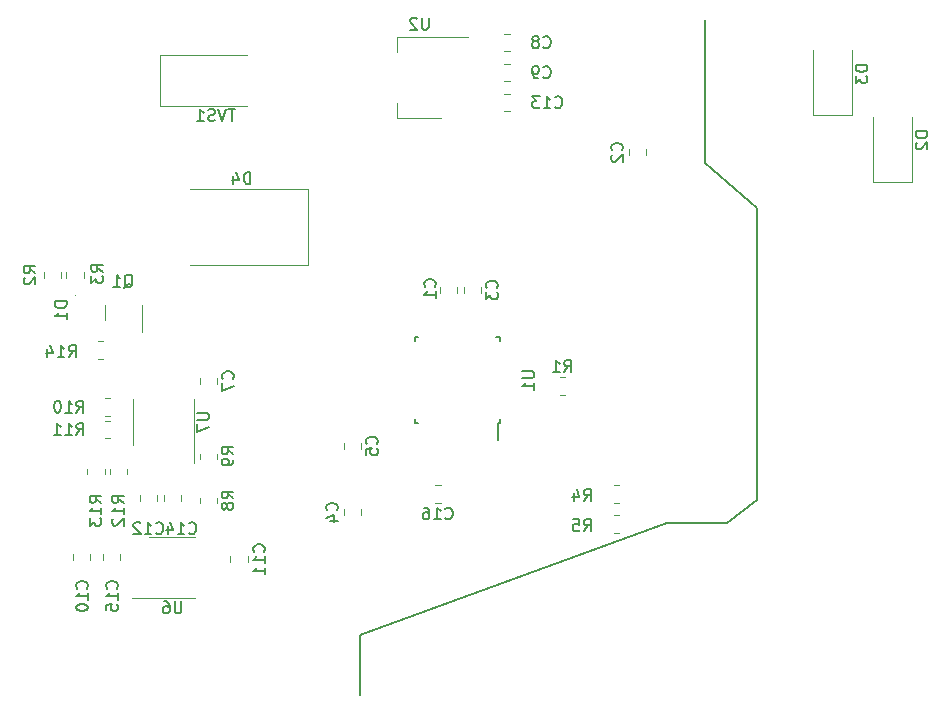
<source format=gbr>
%TF.GenerationSoftware,KiCad,Pcbnew,7.0.1+dfsg-1*%
%TF.CreationDate,2024-08-17T23:40:16+03:00*%
%TF.ProjectId,OpenEVSE_mod,4f70656e-4556-4534-955f-6d6f642e6b69,rev?*%
%TF.SameCoordinates,PX9d5b340PY54e0840*%
%TF.FileFunction,Legend,Bot*%
%TF.FilePolarity,Positive*%
%FSLAX46Y46*%
G04 Gerber Fmt 4.6, Leading zero omitted, Abs format (unit mm)*
G04 Created by KiCad (PCBNEW 7.0.1+dfsg-1) date 2024-08-17 23:40:16*
%MOMM*%
%LPD*%
G01*
G04 APERTURE LIST*
%ADD10C,0.150000*%
%ADD11C,0.120000*%
%ADD12C,0.100000*%
G04 APERTURE END LIST*
D10*
X60425000Y46455000D02*
X60425000Y58520000D01*
X64870000Y42645000D02*
X60425000Y46455000D01*
X64870000Y17880000D02*
X64870000Y42645000D01*
X62330000Y15975000D02*
X64870000Y17880000D01*
X57250000Y15975000D02*
X62330000Y15975000D01*
X31215000Y6450000D02*
X57250000Y15975000D01*
X31215000Y1370000D02*
X31215000Y6450000D01*
%TO.C,C16*%
X38440357Y16340620D02*
X38487976Y16293000D01*
X38487976Y16293000D02*
X38630833Y16245381D01*
X38630833Y16245381D02*
X38726071Y16245381D01*
X38726071Y16245381D02*
X38868928Y16293000D01*
X38868928Y16293000D02*
X38964166Y16388239D01*
X38964166Y16388239D02*
X39011785Y16483477D01*
X39011785Y16483477D02*
X39059404Y16673953D01*
X39059404Y16673953D02*
X39059404Y16816810D01*
X39059404Y16816810D02*
X39011785Y17007286D01*
X39011785Y17007286D02*
X38964166Y17102524D01*
X38964166Y17102524D02*
X38868928Y17197762D01*
X38868928Y17197762D02*
X38726071Y17245381D01*
X38726071Y17245381D02*
X38630833Y17245381D01*
X38630833Y17245381D02*
X38487976Y17197762D01*
X38487976Y17197762D02*
X38440357Y17150143D01*
X37487976Y16245381D02*
X38059404Y16245381D01*
X37773690Y16245381D02*
X37773690Y17245381D01*
X37773690Y17245381D02*
X37868928Y17102524D01*
X37868928Y17102524D02*
X37964166Y17007286D01*
X37964166Y17007286D02*
X38059404Y16959667D01*
X36630833Y17245381D02*
X36821309Y17245381D01*
X36821309Y17245381D02*
X36916547Y17197762D01*
X36916547Y17197762D02*
X36964166Y17150143D01*
X36964166Y17150143D02*
X37059404Y17007286D01*
X37059404Y17007286D02*
X37107023Y16816810D01*
X37107023Y16816810D02*
X37107023Y16435858D01*
X37107023Y16435858D02*
X37059404Y16340620D01*
X37059404Y16340620D02*
X37011785Y16293000D01*
X37011785Y16293000D02*
X36916547Y16245381D01*
X36916547Y16245381D02*
X36726071Y16245381D01*
X36726071Y16245381D02*
X36630833Y16293000D01*
X36630833Y16293000D02*
X36583214Y16340620D01*
X36583214Y16340620D02*
X36535595Y16435858D01*
X36535595Y16435858D02*
X36535595Y16673953D01*
X36535595Y16673953D02*
X36583214Y16769191D01*
X36583214Y16769191D02*
X36630833Y16816810D01*
X36630833Y16816810D02*
X36726071Y16864429D01*
X36726071Y16864429D02*
X36916547Y16864429D01*
X36916547Y16864429D02*
X37011785Y16816810D01*
X37011785Y16816810D02*
X37059404Y16769191D01*
X37059404Y16769191D02*
X37107023Y16673953D01*
%TO.C,D4*%
X21938094Y44637381D02*
X21938094Y45637381D01*
X21938094Y45637381D02*
X21699999Y45637381D01*
X21699999Y45637381D02*
X21557142Y45589762D01*
X21557142Y45589762D02*
X21461904Y45494524D01*
X21461904Y45494524D02*
X21414285Y45399286D01*
X21414285Y45399286D02*
X21366666Y45208810D01*
X21366666Y45208810D02*
X21366666Y45065953D01*
X21366666Y45065953D02*
X21414285Y44875477D01*
X21414285Y44875477D02*
X21461904Y44780239D01*
X21461904Y44780239D02*
X21557142Y44685000D01*
X21557142Y44685000D02*
X21699999Y44637381D01*
X21699999Y44637381D02*
X21938094Y44637381D01*
X20509523Y45304048D02*
X20509523Y44637381D01*
X20747618Y45685000D02*
X20985713Y44970715D01*
X20985713Y44970715D02*
X20366666Y44970715D01*
%TO.C,U7*%
X17440619Y25235905D02*
X18250142Y25235905D01*
X18250142Y25235905D02*
X18345380Y25188286D01*
X18345380Y25188286D02*
X18393000Y25140667D01*
X18393000Y25140667D02*
X18440619Y25045429D01*
X18440619Y25045429D02*
X18440619Y24854953D01*
X18440619Y24854953D02*
X18393000Y24759715D01*
X18393000Y24759715D02*
X18345380Y24712096D01*
X18345380Y24712096D02*
X18250142Y24664477D01*
X18250142Y24664477D02*
X17440619Y24664477D01*
X17440619Y24283524D02*
X17440619Y23616858D01*
X17440619Y23616858D02*
X18440619Y24045429D01*
%TO.C,U6*%
X16101904Y9302381D02*
X16101904Y8492858D01*
X16101904Y8492858D02*
X16054285Y8397620D01*
X16054285Y8397620D02*
X16006666Y8350000D01*
X16006666Y8350000D02*
X15911428Y8302381D01*
X15911428Y8302381D02*
X15720952Y8302381D01*
X15720952Y8302381D02*
X15625714Y8350000D01*
X15625714Y8350000D02*
X15578095Y8397620D01*
X15578095Y8397620D02*
X15530476Y8492858D01*
X15530476Y8492858D02*
X15530476Y9302381D01*
X14625714Y9302381D02*
X14816190Y9302381D01*
X14816190Y9302381D02*
X14911428Y9254762D01*
X14911428Y9254762D02*
X14959047Y9207143D01*
X14959047Y9207143D02*
X15054285Y9064286D01*
X15054285Y9064286D02*
X15101904Y8873810D01*
X15101904Y8873810D02*
X15101904Y8492858D01*
X15101904Y8492858D02*
X15054285Y8397620D01*
X15054285Y8397620D02*
X15006666Y8350000D01*
X15006666Y8350000D02*
X14911428Y8302381D01*
X14911428Y8302381D02*
X14720952Y8302381D01*
X14720952Y8302381D02*
X14625714Y8350000D01*
X14625714Y8350000D02*
X14578095Y8397620D01*
X14578095Y8397620D02*
X14530476Y8492858D01*
X14530476Y8492858D02*
X14530476Y8730953D01*
X14530476Y8730953D02*
X14578095Y8826191D01*
X14578095Y8826191D02*
X14625714Y8873810D01*
X14625714Y8873810D02*
X14720952Y8921429D01*
X14720952Y8921429D02*
X14911428Y8921429D01*
X14911428Y8921429D02*
X15006666Y8873810D01*
X15006666Y8873810D02*
X15054285Y8826191D01*
X15054285Y8826191D02*
X15101904Y8730953D01*
%TO.C,U2*%
X37031904Y58717381D02*
X37031904Y57907858D01*
X37031904Y57907858D02*
X36984285Y57812620D01*
X36984285Y57812620D02*
X36936666Y57765000D01*
X36936666Y57765000D02*
X36841428Y57717381D01*
X36841428Y57717381D02*
X36650952Y57717381D01*
X36650952Y57717381D02*
X36555714Y57765000D01*
X36555714Y57765000D02*
X36508095Y57812620D01*
X36508095Y57812620D02*
X36460476Y57907858D01*
X36460476Y57907858D02*
X36460476Y58717381D01*
X36031904Y58622143D02*
X35984285Y58669762D01*
X35984285Y58669762D02*
X35889047Y58717381D01*
X35889047Y58717381D02*
X35650952Y58717381D01*
X35650952Y58717381D02*
X35555714Y58669762D01*
X35555714Y58669762D02*
X35508095Y58622143D01*
X35508095Y58622143D02*
X35460476Y58526905D01*
X35460476Y58526905D02*
X35460476Y58431667D01*
X35460476Y58431667D02*
X35508095Y58288810D01*
X35508095Y58288810D02*
X36079523Y57717381D01*
X36079523Y57717381D02*
X35460476Y57717381D01*
%TO.C,U1*%
X44982619Y28801905D02*
X45792142Y28801905D01*
X45792142Y28801905D02*
X45887380Y28754286D01*
X45887380Y28754286D02*
X45935000Y28706667D01*
X45935000Y28706667D02*
X45982619Y28611429D01*
X45982619Y28611429D02*
X45982619Y28420953D01*
X45982619Y28420953D02*
X45935000Y28325715D01*
X45935000Y28325715D02*
X45887380Y28278096D01*
X45887380Y28278096D02*
X45792142Y28230477D01*
X45792142Y28230477D02*
X44982619Y28230477D01*
X45982619Y27230477D02*
X45982619Y27801905D01*
X45982619Y27516191D02*
X44982619Y27516191D01*
X44982619Y27516191D02*
X45125476Y27611429D01*
X45125476Y27611429D02*
X45220714Y27706667D01*
X45220714Y27706667D02*
X45268333Y27801905D01*
%TO.C,TVS1*%
X20656666Y50977381D02*
X20085238Y50977381D01*
X20370952Y49977381D02*
X20370952Y50977381D01*
X19894761Y50977381D02*
X19561428Y49977381D01*
X19561428Y49977381D02*
X19228095Y50977381D01*
X18942380Y50025000D02*
X18799523Y49977381D01*
X18799523Y49977381D02*
X18561428Y49977381D01*
X18561428Y49977381D02*
X18466190Y50025000D01*
X18466190Y50025000D02*
X18418571Y50072620D01*
X18418571Y50072620D02*
X18370952Y50167858D01*
X18370952Y50167858D02*
X18370952Y50263096D01*
X18370952Y50263096D02*
X18418571Y50358334D01*
X18418571Y50358334D02*
X18466190Y50405953D01*
X18466190Y50405953D02*
X18561428Y50453572D01*
X18561428Y50453572D02*
X18751904Y50501191D01*
X18751904Y50501191D02*
X18847142Y50548810D01*
X18847142Y50548810D02*
X18894761Y50596429D01*
X18894761Y50596429D02*
X18942380Y50691667D01*
X18942380Y50691667D02*
X18942380Y50786905D01*
X18942380Y50786905D02*
X18894761Y50882143D01*
X18894761Y50882143D02*
X18847142Y50929762D01*
X18847142Y50929762D02*
X18751904Y50977381D01*
X18751904Y50977381D02*
X18513809Y50977381D01*
X18513809Y50977381D02*
X18370952Y50929762D01*
X17418571Y49977381D02*
X17989999Y49977381D01*
X17704285Y49977381D02*
X17704285Y50977381D01*
X17704285Y50977381D02*
X17799523Y50834524D01*
X17799523Y50834524D02*
X17894761Y50739286D01*
X17894761Y50739286D02*
X17989999Y50691667D01*
%TO.C,R14*%
X6568857Y29990381D02*
X6902190Y30466572D01*
X7140285Y29990381D02*
X7140285Y30990381D01*
X7140285Y30990381D02*
X6759333Y30990381D01*
X6759333Y30990381D02*
X6664095Y30942762D01*
X6664095Y30942762D02*
X6616476Y30895143D01*
X6616476Y30895143D02*
X6568857Y30799905D01*
X6568857Y30799905D02*
X6568857Y30657048D01*
X6568857Y30657048D02*
X6616476Y30561810D01*
X6616476Y30561810D02*
X6664095Y30514191D01*
X6664095Y30514191D02*
X6759333Y30466572D01*
X6759333Y30466572D02*
X7140285Y30466572D01*
X5616476Y29990381D02*
X6187904Y29990381D01*
X5902190Y29990381D02*
X5902190Y30990381D01*
X5902190Y30990381D02*
X5997428Y30847524D01*
X5997428Y30847524D02*
X6092666Y30752286D01*
X6092666Y30752286D02*
X6187904Y30704667D01*
X4759333Y30657048D02*
X4759333Y29990381D01*
X4997428Y31038000D02*
X5235523Y30323715D01*
X5235523Y30323715D02*
X4616476Y30323715D01*
%TO.C,R13*%
X9325619Y17633858D02*
X8849428Y17967191D01*
X9325619Y18205286D02*
X8325619Y18205286D01*
X8325619Y18205286D02*
X8325619Y17824334D01*
X8325619Y17824334D02*
X8373238Y17729096D01*
X8373238Y17729096D02*
X8420857Y17681477D01*
X8420857Y17681477D02*
X8516095Y17633858D01*
X8516095Y17633858D02*
X8658952Y17633858D01*
X8658952Y17633858D02*
X8754190Y17681477D01*
X8754190Y17681477D02*
X8801809Y17729096D01*
X8801809Y17729096D02*
X8849428Y17824334D01*
X8849428Y17824334D02*
X8849428Y18205286D01*
X9325619Y16681477D02*
X9325619Y17252905D01*
X9325619Y16967191D02*
X8325619Y16967191D01*
X8325619Y16967191D02*
X8468476Y17062429D01*
X8468476Y17062429D02*
X8563714Y17157667D01*
X8563714Y17157667D02*
X8611333Y17252905D01*
X8325619Y16348143D02*
X8325619Y15729096D01*
X8325619Y15729096D02*
X8706571Y16062429D01*
X8706571Y16062429D02*
X8706571Y15919572D01*
X8706571Y15919572D02*
X8754190Y15824334D01*
X8754190Y15824334D02*
X8801809Y15776715D01*
X8801809Y15776715D02*
X8897047Y15729096D01*
X8897047Y15729096D02*
X9135142Y15729096D01*
X9135142Y15729096D02*
X9230380Y15776715D01*
X9230380Y15776715D02*
X9278000Y15824334D01*
X9278000Y15824334D02*
X9325619Y15919572D01*
X9325619Y15919572D02*
X9325619Y16205286D01*
X9325619Y16205286D02*
X9278000Y16300524D01*
X9278000Y16300524D02*
X9230380Y16348143D01*
%TO.C,R12*%
X11230619Y17633858D02*
X10754428Y17967191D01*
X11230619Y18205286D02*
X10230619Y18205286D01*
X10230619Y18205286D02*
X10230619Y17824334D01*
X10230619Y17824334D02*
X10278238Y17729096D01*
X10278238Y17729096D02*
X10325857Y17681477D01*
X10325857Y17681477D02*
X10421095Y17633858D01*
X10421095Y17633858D02*
X10563952Y17633858D01*
X10563952Y17633858D02*
X10659190Y17681477D01*
X10659190Y17681477D02*
X10706809Y17729096D01*
X10706809Y17729096D02*
X10754428Y17824334D01*
X10754428Y17824334D02*
X10754428Y18205286D01*
X11230619Y16681477D02*
X11230619Y17252905D01*
X11230619Y16967191D02*
X10230619Y16967191D01*
X10230619Y16967191D02*
X10373476Y17062429D01*
X10373476Y17062429D02*
X10468714Y17157667D01*
X10468714Y17157667D02*
X10516333Y17252905D01*
X10325857Y16300524D02*
X10278238Y16252905D01*
X10278238Y16252905D02*
X10230619Y16157667D01*
X10230619Y16157667D02*
X10230619Y15919572D01*
X10230619Y15919572D02*
X10278238Y15824334D01*
X10278238Y15824334D02*
X10325857Y15776715D01*
X10325857Y15776715D02*
X10421095Y15729096D01*
X10421095Y15729096D02*
X10516333Y15729096D01*
X10516333Y15729096D02*
X10659190Y15776715D01*
X10659190Y15776715D02*
X11230619Y16348143D01*
X11230619Y16348143D02*
X11230619Y15729096D01*
%TO.C,R11*%
X7219857Y23386381D02*
X7553190Y23862572D01*
X7791285Y23386381D02*
X7791285Y24386381D01*
X7791285Y24386381D02*
X7410333Y24386381D01*
X7410333Y24386381D02*
X7315095Y24338762D01*
X7315095Y24338762D02*
X7267476Y24291143D01*
X7267476Y24291143D02*
X7219857Y24195905D01*
X7219857Y24195905D02*
X7219857Y24053048D01*
X7219857Y24053048D02*
X7267476Y23957810D01*
X7267476Y23957810D02*
X7315095Y23910191D01*
X7315095Y23910191D02*
X7410333Y23862572D01*
X7410333Y23862572D02*
X7791285Y23862572D01*
X6267476Y23386381D02*
X6838904Y23386381D01*
X6553190Y23386381D02*
X6553190Y24386381D01*
X6553190Y24386381D02*
X6648428Y24243524D01*
X6648428Y24243524D02*
X6743666Y24148286D01*
X6743666Y24148286D02*
X6838904Y24100667D01*
X5315095Y23386381D02*
X5886523Y23386381D01*
X5600809Y23386381D02*
X5600809Y24386381D01*
X5600809Y24386381D02*
X5696047Y24243524D01*
X5696047Y24243524D02*
X5791285Y24148286D01*
X5791285Y24148286D02*
X5886523Y24100667D01*
%TO.C,R10*%
X7219857Y25291381D02*
X7553190Y25767572D01*
X7791285Y25291381D02*
X7791285Y26291381D01*
X7791285Y26291381D02*
X7410333Y26291381D01*
X7410333Y26291381D02*
X7315095Y26243762D01*
X7315095Y26243762D02*
X7267476Y26196143D01*
X7267476Y26196143D02*
X7219857Y26100905D01*
X7219857Y26100905D02*
X7219857Y25958048D01*
X7219857Y25958048D02*
X7267476Y25862810D01*
X7267476Y25862810D02*
X7315095Y25815191D01*
X7315095Y25815191D02*
X7410333Y25767572D01*
X7410333Y25767572D02*
X7791285Y25767572D01*
X6267476Y25291381D02*
X6838904Y25291381D01*
X6553190Y25291381D02*
X6553190Y26291381D01*
X6553190Y26291381D02*
X6648428Y26148524D01*
X6648428Y26148524D02*
X6743666Y26053286D01*
X6743666Y26053286D02*
X6838904Y26005667D01*
X5648428Y26291381D02*
X5553190Y26291381D01*
X5553190Y26291381D02*
X5457952Y26243762D01*
X5457952Y26243762D02*
X5410333Y26196143D01*
X5410333Y26196143D02*
X5362714Y26100905D01*
X5362714Y26100905D02*
X5315095Y25910429D01*
X5315095Y25910429D02*
X5315095Y25672334D01*
X5315095Y25672334D02*
X5362714Y25481858D01*
X5362714Y25481858D02*
X5410333Y25386620D01*
X5410333Y25386620D02*
X5457952Y25339000D01*
X5457952Y25339000D02*
X5553190Y25291381D01*
X5553190Y25291381D02*
X5648428Y25291381D01*
X5648428Y25291381D02*
X5743666Y25339000D01*
X5743666Y25339000D02*
X5791285Y25386620D01*
X5791285Y25386620D02*
X5838904Y25481858D01*
X5838904Y25481858D02*
X5886523Y25672334D01*
X5886523Y25672334D02*
X5886523Y25910429D01*
X5886523Y25910429D02*
X5838904Y26100905D01*
X5838904Y26100905D02*
X5791285Y26196143D01*
X5791285Y26196143D02*
X5743666Y26243762D01*
X5743666Y26243762D02*
X5648428Y26291381D01*
%TO.C,R9*%
X20500619Y21765667D02*
X20024428Y22099000D01*
X20500619Y22337095D02*
X19500619Y22337095D01*
X19500619Y22337095D02*
X19500619Y21956143D01*
X19500619Y21956143D02*
X19548238Y21860905D01*
X19548238Y21860905D02*
X19595857Y21813286D01*
X19595857Y21813286D02*
X19691095Y21765667D01*
X19691095Y21765667D02*
X19833952Y21765667D01*
X19833952Y21765667D02*
X19929190Y21813286D01*
X19929190Y21813286D02*
X19976809Y21860905D01*
X19976809Y21860905D02*
X20024428Y21956143D01*
X20024428Y21956143D02*
X20024428Y22337095D01*
X20500619Y21289476D02*
X20500619Y21099000D01*
X20500619Y21099000D02*
X20453000Y21003762D01*
X20453000Y21003762D02*
X20405380Y20956143D01*
X20405380Y20956143D02*
X20262523Y20860905D01*
X20262523Y20860905D02*
X20072047Y20813286D01*
X20072047Y20813286D02*
X19691095Y20813286D01*
X19691095Y20813286D02*
X19595857Y20860905D01*
X19595857Y20860905D02*
X19548238Y20908524D01*
X19548238Y20908524D02*
X19500619Y21003762D01*
X19500619Y21003762D02*
X19500619Y21194238D01*
X19500619Y21194238D02*
X19548238Y21289476D01*
X19548238Y21289476D02*
X19595857Y21337095D01*
X19595857Y21337095D02*
X19691095Y21384714D01*
X19691095Y21384714D02*
X19929190Y21384714D01*
X19929190Y21384714D02*
X20024428Y21337095D01*
X20024428Y21337095D02*
X20072047Y21289476D01*
X20072047Y21289476D02*
X20119666Y21194238D01*
X20119666Y21194238D02*
X20119666Y21003762D01*
X20119666Y21003762D02*
X20072047Y20908524D01*
X20072047Y20908524D02*
X20024428Y20860905D01*
X20024428Y20860905D02*
X19929190Y20813286D01*
%TO.C,R8*%
X20500619Y18030667D02*
X20024428Y18364000D01*
X20500619Y18602095D02*
X19500619Y18602095D01*
X19500619Y18602095D02*
X19500619Y18221143D01*
X19500619Y18221143D02*
X19548238Y18125905D01*
X19548238Y18125905D02*
X19595857Y18078286D01*
X19595857Y18078286D02*
X19691095Y18030667D01*
X19691095Y18030667D02*
X19833952Y18030667D01*
X19833952Y18030667D02*
X19929190Y18078286D01*
X19929190Y18078286D02*
X19976809Y18125905D01*
X19976809Y18125905D02*
X20024428Y18221143D01*
X20024428Y18221143D02*
X20024428Y18602095D01*
X19929190Y17459238D02*
X19881571Y17554476D01*
X19881571Y17554476D02*
X19833952Y17602095D01*
X19833952Y17602095D02*
X19738714Y17649714D01*
X19738714Y17649714D02*
X19691095Y17649714D01*
X19691095Y17649714D02*
X19595857Y17602095D01*
X19595857Y17602095D02*
X19548238Y17554476D01*
X19548238Y17554476D02*
X19500619Y17459238D01*
X19500619Y17459238D02*
X19500619Y17268762D01*
X19500619Y17268762D02*
X19548238Y17173524D01*
X19548238Y17173524D02*
X19595857Y17125905D01*
X19595857Y17125905D02*
X19691095Y17078286D01*
X19691095Y17078286D02*
X19738714Y17078286D01*
X19738714Y17078286D02*
X19833952Y17125905D01*
X19833952Y17125905D02*
X19881571Y17173524D01*
X19881571Y17173524D02*
X19929190Y17268762D01*
X19929190Y17268762D02*
X19929190Y17459238D01*
X19929190Y17459238D02*
X19976809Y17554476D01*
X19976809Y17554476D02*
X20024428Y17602095D01*
X20024428Y17602095D02*
X20119666Y17649714D01*
X20119666Y17649714D02*
X20310142Y17649714D01*
X20310142Y17649714D02*
X20405380Y17602095D01*
X20405380Y17602095D02*
X20453000Y17554476D01*
X20453000Y17554476D02*
X20500619Y17459238D01*
X20500619Y17459238D02*
X20500619Y17268762D01*
X20500619Y17268762D02*
X20453000Y17173524D01*
X20453000Y17173524D02*
X20405380Y17125905D01*
X20405380Y17125905D02*
X20310142Y17078286D01*
X20310142Y17078286D02*
X20119666Y17078286D01*
X20119666Y17078286D02*
X20024428Y17125905D01*
X20024428Y17125905D02*
X19976809Y17173524D01*
X19976809Y17173524D02*
X19929190Y17268762D01*
%TO.C,R5*%
X50177666Y15258381D02*
X50510999Y15734572D01*
X50749094Y15258381D02*
X50749094Y16258381D01*
X50749094Y16258381D02*
X50368142Y16258381D01*
X50368142Y16258381D02*
X50272904Y16210762D01*
X50272904Y16210762D02*
X50225285Y16163143D01*
X50225285Y16163143D02*
X50177666Y16067905D01*
X50177666Y16067905D02*
X50177666Y15925048D01*
X50177666Y15925048D02*
X50225285Y15829810D01*
X50225285Y15829810D02*
X50272904Y15782191D01*
X50272904Y15782191D02*
X50368142Y15734572D01*
X50368142Y15734572D02*
X50749094Y15734572D01*
X49272904Y16258381D02*
X49749094Y16258381D01*
X49749094Y16258381D02*
X49796713Y15782191D01*
X49796713Y15782191D02*
X49749094Y15829810D01*
X49749094Y15829810D02*
X49653856Y15877429D01*
X49653856Y15877429D02*
X49415761Y15877429D01*
X49415761Y15877429D02*
X49320523Y15829810D01*
X49320523Y15829810D02*
X49272904Y15782191D01*
X49272904Y15782191D02*
X49225285Y15686953D01*
X49225285Y15686953D02*
X49225285Y15448858D01*
X49225285Y15448858D02*
X49272904Y15353620D01*
X49272904Y15353620D02*
X49320523Y15306000D01*
X49320523Y15306000D02*
X49415761Y15258381D01*
X49415761Y15258381D02*
X49653856Y15258381D01*
X49653856Y15258381D02*
X49749094Y15306000D01*
X49749094Y15306000D02*
X49796713Y15353620D01*
%TO.C,R4*%
X50177666Y17798381D02*
X50510999Y18274572D01*
X50749094Y17798381D02*
X50749094Y18798381D01*
X50749094Y18798381D02*
X50368142Y18798381D01*
X50368142Y18798381D02*
X50272904Y18750762D01*
X50272904Y18750762D02*
X50225285Y18703143D01*
X50225285Y18703143D02*
X50177666Y18607905D01*
X50177666Y18607905D02*
X50177666Y18465048D01*
X50177666Y18465048D02*
X50225285Y18369810D01*
X50225285Y18369810D02*
X50272904Y18322191D01*
X50272904Y18322191D02*
X50368142Y18274572D01*
X50368142Y18274572D02*
X50749094Y18274572D01*
X49320523Y18465048D02*
X49320523Y17798381D01*
X49558618Y18846000D02*
X49796713Y18131715D01*
X49796713Y18131715D02*
X49177666Y18131715D01*
%TO.C,R3*%
X9452619Y37223667D02*
X8976428Y37557000D01*
X9452619Y37795095D02*
X8452619Y37795095D01*
X8452619Y37795095D02*
X8452619Y37414143D01*
X8452619Y37414143D02*
X8500238Y37318905D01*
X8500238Y37318905D02*
X8547857Y37271286D01*
X8547857Y37271286D02*
X8643095Y37223667D01*
X8643095Y37223667D02*
X8785952Y37223667D01*
X8785952Y37223667D02*
X8881190Y37271286D01*
X8881190Y37271286D02*
X8928809Y37318905D01*
X8928809Y37318905D02*
X8976428Y37414143D01*
X8976428Y37414143D02*
X8976428Y37795095D01*
X8452619Y36890333D02*
X8452619Y36271286D01*
X8452619Y36271286D02*
X8833571Y36604619D01*
X8833571Y36604619D02*
X8833571Y36461762D01*
X8833571Y36461762D02*
X8881190Y36366524D01*
X8881190Y36366524D02*
X8928809Y36318905D01*
X8928809Y36318905D02*
X9024047Y36271286D01*
X9024047Y36271286D02*
X9262142Y36271286D01*
X9262142Y36271286D02*
X9357380Y36318905D01*
X9357380Y36318905D02*
X9405000Y36366524D01*
X9405000Y36366524D02*
X9452619Y36461762D01*
X9452619Y36461762D02*
X9452619Y36747476D01*
X9452619Y36747476D02*
X9405000Y36842714D01*
X9405000Y36842714D02*
X9357380Y36890333D01*
%TO.C,R2*%
X3737619Y37096667D02*
X3261428Y37430000D01*
X3737619Y37668095D02*
X2737619Y37668095D01*
X2737619Y37668095D02*
X2737619Y37287143D01*
X2737619Y37287143D02*
X2785238Y37191905D01*
X2785238Y37191905D02*
X2832857Y37144286D01*
X2832857Y37144286D02*
X2928095Y37096667D01*
X2928095Y37096667D02*
X3070952Y37096667D01*
X3070952Y37096667D02*
X3166190Y37144286D01*
X3166190Y37144286D02*
X3213809Y37191905D01*
X3213809Y37191905D02*
X3261428Y37287143D01*
X3261428Y37287143D02*
X3261428Y37668095D01*
X2832857Y36715714D02*
X2785238Y36668095D01*
X2785238Y36668095D02*
X2737619Y36572857D01*
X2737619Y36572857D02*
X2737619Y36334762D01*
X2737619Y36334762D02*
X2785238Y36239524D01*
X2785238Y36239524D02*
X2832857Y36191905D01*
X2832857Y36191905D02*
X2928095Y36144286D01*
X2928095Y36144286D02*
X3023333Y36144286D01*
X3023333Y36144286D02*
X3166190Y36191905D01*
X3166190Y36191905D02*
X3737619Y36763333D01*
X3737619Y36763333D02*
X3737619Y36144286D01*
%TO.C,R1*%
X48510666Y28719381D02*
X48843999Y29195572D01*
X49082094Y28719381D02*
X49082094Y29719381D01*
X49082094Y29719381D02*
X48701142Y29719381D01*
X48701142Y29719381D02*
X48605904Y29671762D01*
X48605904Y29671762D02*
X48558285Y29624143D01*
X48558285Y29624143D02*
X48510666Y29528905D01*
X48510666Y29528905D02*
X48510666Y29386048D01*
X48510666Y29386048D02*
X48558285Y29290810D01*
X48558285Y29290810D02*
X48605904Y29243191D01*
X48605904Y29243191D02*
X48701142Y29195572D01*
X48701142Y29195572D02*
X49082094Y29195572D01*
X47558285Y28719381D02*
X48129713Y28719381D01*
X47843999Y28719381D02*
X47843999Y29719381D01*
X47843999Y29719381D02*
X47939237Y29576524D01*
X47939237Y29576524D02*
X48034475Y29481286D01*
X48034475Y29481286D02*
X48129713Y29433667D01*
%TO.C,Q1*%
X11244238Y35864143D02*
X11339476Y35911762D01*
X11339476Y35911762D02*
X11434714Y36007000D01*
X11434714Y36007000D02*
X11577571Y36149858D01*
X11577571Y36149858D02*
X11672809Y36197477D01*
X11672809Y36197477D02*
X11768047Y36197477D01*
X11720428Y35959381D02*
X11815666Y36007000D01*
X11815666Y36007000D02*
X11910904Y36102239D01*
X11910904Y36102239D02*
X11958523Y36292715D01*
X11958523Y36292715D02*
X11958523Y36626048D01*
X11958523Y36626048D02*
X11910904Y36816524D01*
X11910904Y36816524D02*
X11815666Y36911762D01*
X11815666Y36911762D02*
X11720428Y36959381D01*
X11720428Y36959381D02*
X11529952Y36959381D01*
X11529952Y36959381D02*
X11434714Y36911762D01*
X11434714Y36911762D02*
X11339476Y36816524D01*
X11339476Y36816524D02*
X11291857Y36626048D01*
X11291857Y36626048D02*
X11291857Y36292715D01*
X11291857Y36292715D02*
X11339476Y36102239D01*
X11339476Y36102239D02*
X11434714Y36007000D01*
X11434714Y36007000D02*
X11529952Y35959381D01*
X11529952Y35959381D02*
X11720428Y35959381D01*
X10339476Y35959381D02*
X10910904Y35959381D01*
X10625190Y35959381D02*
X10625190Y36959381D01*
X10625190Y36959381D02*
X10720428Y36816524D01*
X10720428Y36816524D02*
X10815666Y36721286D01*
X10815666Y36721286D02*
X10910904Y36673667D01*
%TO.C,D3*%
X74182619Y54718095D02*
X73182619Y54718095D01*
X73182619Y54718095D02*
X73182619Y54480000D01*
X73182619Y54480000D02*
X73230238Y54337143D01*
X73230238Y54337143D02*
X73325476Y54241905D01*
X73325476Y54241905D02*
X73420714Y54194286D01*
X73420714Y54194286D02*
X73611190Y54146667D01*
X73611190Y54146667D02*
X73754047Y54146667D01*
X73754047Y54146667D02*
X73944523Y54194286D01*
X73944523Y54194286D02*
X74039761Y54241905D01*
X74039761Y54241905D02*
X74135000Y54337143D01*
X74135000Y54337143D02*
X74182619Y54480000D01*
X74182619Y54480000D02*
X74182619Y54718095D01*
X73182619Y53813333D02*
X73182619Y53194286D01*
X73182619Y53194286D02*
X73563571Y53527619D01*
X73563571Y53527619D02*
X73563571Y53384762D01*
X73563571Y53384762D02*
X73611190Y53289524D01*
X73611190Y53289524D02*
X73658809Y53241905D01*
X73658809Y53241905D02*
X73754047Y53194286D01*
X73754047Y53194286D02*
X73992142Y53194286D01*
X73992142Y53194286D02*
X74087380Y53241905D01*
X74087380Y53241905D02*
X74135000Y53289524D01*
X74135000Y53289524D02*
X74182619Y53384762D01*
X74182619Y53384762D02*
X74182619Y53670476D01*
X74182619Y53670476D02*
X74135000Y53765714D01*
X74135000Y53765714D02*
X74087380Y53813333D01*
%TO.C,D2*%
X79262619Y49098095D02*
X78262619Y49098095D01*
X78262619Y49098095D02*
X78262619Y48860000D01*
X78262619Y48860000D02*
X78310238Y48717143D01*
X78310238Y48717143D02*
X78405476Y48621905D01*
X78405476Y48621905D02*
X78500714Y48574286D01*
X78500714Y48574286D02*
X78691190Y48526667D01*
X78691190Y48526667D02*
X78834047Y48526667D01*
X78834047Y48526667D02*
X79024523Y48574286D01*
X79024523Y48574286D02*
X79119761Y48621905D01*
X79119761Y48621905D02*
X79215000Y48717143D01*
X79215000Y48717143D02*
X79262619Y48860000D01*
X79262619Y48860000D02*
X79262619Y49098095D01*
X78357857Y48145714D02*
X78310238Y48098095D01*
X78310238Y48098095D02*
X78262619Y48002857D01*
X78262619Y48002857D02*
X78262619Y47764762D01*
X78262619Y47764762D02*
X78310238Y47669524D01*
X78310238Y47669524D02*
X78357857Y47621905D01*
X78357857Y47621905D02*
X78453095Y47574286D01*
X78453095Y47574286D02*
X78548333Y47574286D01*
X78548333Y47574286D02*
X78691190Y47621905D01*
X78691190Y47621905D02*
X79262619Y48193333D01*
X79262619Y48193333D02*
X79262619Y47574286D01*
%TO.C,D1*%
X6377619Y34698095D02*
X5377619Y34698095D01*
X5377619Y34698095D02*
X5377619Y34460000D01*
X5377619Y34460000D02*
X5425238Y34317143D01*
X5425238Y34317143D02*
X5520476Y34221905D01*
X5520476Y34221905D02*
X5615714Y34174286D01*
X5615714Y34174286D02*
X5806190Y34126667D01*
X5806190Y34126667D02*
X5949047Y34126667D01*
X5949047Y34126667D02*
X6139523Y34174286D01*
X6139523Y34174286D02*
X6234761Y34221905D01*
X6234761Y34221905D02*
X6330000Y34317143D01*
X6330000Y34317143D02*
X6377619Y34460000D01*
X6377619Y34460000D02*
X6377619Y34698095D01*
X6377619Y33174286D02*
X6377619Y33745714D01*
X6377619Y33460000D02*
X5377619Y33460000D01*
X5377619Y33460000D02*
X5520476Y33555238D01*
X5520476Y33555238D02*
X5615714Y33650476D01*
X5615714Y33650476D02*
X5663333Y33745714D01*
%TO.C,C15*%
X10627380Y10394858D02*
X10675000Y10442477D01*
X10675000Y10442477D02*
X10722619Y10585334D01*
X10722619Y10585334D02*
X10722619Y10680572D01*
X10722619Y10680572D02*
X10675000Y10823429D01*
X10675000Y10823429D02*
X10579761Y10918667D01*
X10579761Y10918667D02*
X10484523Y10966286D01*
X10484523Y10966286D02*
X10294047Y11013905D01*
X10294047Y11013905D02*
X10151190Y11013905D01*
X10151190Y11013905D02*
X9960714Y10966286D01*
X9960714Y10966286D02*
X9865476Y10918667D01*
X9865476Y10918667D02*
X9770238Y10823429D01*
X9770238Y10823429D02*
X9722619Y10680572D01*
X9722619Y10680572D02*
X9722619Y10585334D01*
X9722619Y10585334D02*
X9770238Y10442477D01*
X9770238Y10442477D02*
X9817857Y10394858D01*
X10722619Y9442477D02*
X10722619Y10013905D01*
X10722619Y9728191D02*
X9722619Y9728191D01*
X9722619Y9728191D02*
X9865476Y9823429D01*
X9865476Y9823429D02*
X9960714Y9918667D01*
X9960714Y9918667D02*
X10008333Y10013905D01*
X9722619Y8537715D02*
X9722619Y9013905D01*
X9722619Y9013905D02*
X10198809Y9061524D01*
X10198809Y9061524D02*
X10151190Y9013905D01*
X10151190Y9013905D02*
X10103571Y8918667D01*
X10103571Y8918667D02*
X10103571Y8680572D01*
X10103571Y8680572D02*
X10151190Y8585334D01*
X10151190Y8585334D02*
X10198809Y8537715D01*
X10198809Y8537715D02*
X10294047Y8490096D01*
X10294047Y8490096D02*
X10532142Y8490096D01*
X10532142Y8490096D02*
X10627380Y8537715D01*
X10627380Y8537715D02*
X10675000Y8585334D01*
X10675000Y8585334D02*
X10722619Y8680572D01*
X10722619Y8680572D02*
X10722619Y8918667D01*
X10722619Y8918667D02*
X10675000Y9013905D01*
X10675000Y9013905D02*
X10627380Y9061524D01*
%TO.C,C14*%
X16744857Y15099620D02*
X16792476Y15052000D01*
X16792476Y15052000D02*
X16935333Y15004381D01*
X16935333Y15004381D02*
X17030571Y15004381D01*
X17030571Y15004381D02*
X17173428Y15052000D01*
X17173428Y15052000D02*
X17268666Y15147239D01*
X17268666Y15147239D02*
X17316285Y15242477D01*
X17316285Y15242477D02*
X17363904Y15432953D01*
X17363904Y15432953D02*
X17363904Y15575810D01*
X17363904Y15575810D02*
X17316285Y15766286D01*
X17316285Y15766286D02*
X17268666Y15861524D01*
X17268666Y15861524D02*
X17173428Y15956762D01*
X17173428Y15956762D02*
X17030571Y16004381D01*
X17030571Y16004381D02*
X16935333Y16004381D01*
X16935333Y16004381D02*
X16792476Y15956762D01*
X16792476Y15956762D02*
X16744857Y15909143D01*
X15792476Y15004381D02*
X16363904Y15004381D01*
X16078190Y15004381D02*
X16078190Y16004381D01*
X16078190Y16004381D02*
X16173428Y15861524D01*
X16173428Y15861524D02*
X16268666Y15766286D01*
X16268666Y15766286D02*
X16363904Y15718667D01*
X14935333Y15671048D02*
X14935333Y15004381D01*
X15173428Y16052000D02*
X15411523Y15337715D01*
X15411523Y15337715D02*
X14792476Y15337715D01*
%TO.C,C13*%
X47732857Y51167620D02*
X47780476Y51120000D01*
X47780476Y51120000D02*
X47923333Y51072381D01*
X47923333Y51072381D02*
X48018571Y51072381D01*
X48018571Y51072381D02*
X48161428Y51120000D01*
X48161428Y51120000D02*
X48256666Y51215239D01*
X48256666Y51215239D02*
X48304285Y51310477D01*
X48304285Y51310477D02*
X48351904Y51500953D01*
X48351904Y51500953D02*
X48351904Y51643810D01*
X48351904Y51643810D02*
X48304285Y51834286D01*
X48304285Y51834286D02*
X48256666Y51929524D01*
X48256666Y51929524D02*
X48161428Y52024762D01*
X48161428Y52024762D02*
X48018571Y52072381D01*
X48018571Y52072381D02*
X47923333Y52072381D01*
X47923333Y52072381D02*
X47780476Y52024762D01*
X47780476Y52024762D02*
X47732857Y51977143D01*
X46780476Y51072381D02*
X47351904Y51072381D01*
X47066190Y51072381D02*
X47066190Y52072381D01*
X47066190Y52072381D02*
X47161428Y51929524D01*
X47161428Y51929524D02*
X47256666Y51834286D01*
X47256666Y51834286D02*
X47351904Y51786667D01*
X46447142Y52072381D02*
X45828095Y52072381D01*
X45828095Y52072381D02*
X46161428Y51691429D01*
X46161428Y51691429D02*
X46018571Y51691429D01*
X46018571Y51691429D02*
X45923333Y51643810D01*
X45923333Y51643810D02*
X45875714Y51596191D01*
X45875714Y51596191D02*
X45828095Y51500953D01*
X45828095Y51500953D02*
X45828095Y51262858D01*
X45828095Y51262858D02*
X45875714Y51167620D01*
X45875714Y51167620D02*
X45923333Y51120000D01*
X45923333Y51120000D02*
X46018571Y51072381D01*
X46018571Y51072381D02*
X46304285Y51072381D01*
X46304285Y51072381D02*
X46399523Y51120000D01*
X46399523Y51120000D02*
X46447142Y51167620D01*
%TO.C,C12*%
X13950857Y15099620D02*
X13998476Y15052000D01*
X13998476Y15052000D02*
X14141333Y15004381D01*
X14141333Y15004381D02*
X14236571Y15004381D01*
X14236571Y15004381D02*
X14379428Y15052000D01*
X14379428Y15052000D02*
X14474666Y15147239D01*
X14474666Y15147239D02*
X14522285Y15242477D01*
X14522285Y15242477D02*
X14569904Y15432953D01*
X14569904Y15432953D02*
X14569904Y15575810D01*
X14569904Y15575810D02*
X14522285Y15766286D01*
X14522285Y15766286D02*
X14474666Y15861524D01*
X14474666Y15861524D02*
X14379428Y15956762D01*
X14379428Y15956762D02*
X14236571Y16004381D01*
X14236571Y16004381D02*
X14141333Y16004381D01*
X14141333Y16004381D02*
X13998476Y15956762D01*
X13998476Y15956762D02*
X13950857Y15909143D01*
X12998476Y15004381D02*
X13569904Y15004381D01*
X13284190Y15004381D02*
X13284190Y16004381D01*
X13284190Y16004381D02*
X13379428Y15861524D01*
X13379428Y15861524D02*
X13474666Y15766286D01*
X13474666Y15766286D02*
X13569904Y15718667D01*
X12617523Y15909143D02*
X12569904Y15956762D01*
X12569904Y15956762D02*
X12474666Y16004381D01*
X12474666Y16004381D02*
X12236571Y16004381D01*
X12236571Y16004381D02*
X12141333Y15956762D01*
X12141333Y15956762D02*
X12093714Y15909143D01*
X12093714Y15909143D02*
X12046095Y15813905D01*
X12046095Y15813905D02*
X12046095Y15718667D01*
X12046095Y15718667D02*
X12093714Y15575810D01*
X12093714Y15575810D02*
X12665142Y15004381D01*
X12665142Y15004381D02*
X12046095Y15004381D01*
%TO.C,C11*%
X23073380Y13505358D02*
X23121000Y13552977D01*
X23121000Y13552977D02*
X23168619Y13695834D01*
X23168619Y13695834D02*
X23168619Y13791072D01*
X23168619Y13791072D02*
X23121000Y13933929D01*
X23121000Y13933929D02*
X23025761Y14029167D01*
X23025761Y14029167D02*
X22930523Y14076786D01*
X22930523Y14076786D02*
X22740047Y14124405D01*
X22740047Y14124405D02*
X22597190Y14124405D01*
X22597190Y14124405D02*
X22406714Y14076786D01*
X22406714Y14076786D02*
X22311476Y14029167D01*
X22311476Y14029167D02*
X22216238Y13933929D01*
X22216238Y13933929D02*
X22168619Y13791072D01*
X22168619Y13791072D02*
X22168619Y13695834D01*
X22168619Y13695834D02*
X22216238Y13552977D01*
X22216238Y13552977D02*
X22263857Y13505358D01*
X23168619Y12552977D02*
X23168619Y13124405D01*
X23168619Y12838691D02*
X22168619Y12838691D01*
X22168619Y12838691D02*
X22311476Y12933929D01*
X22311476Y12933929D02*
X22406714Y13029167D01*
X22406714Y13029167D02*
X22454333Y13124405D01*
X23168619Y11600596D02*
X23168619Y12172024D01*
X23168619Y11886310D02*
X22168619Y11886310D01*
X22168619Y11886310D02*
X22311476Y11981548D01*
X22311476Y11981548D02*
X22406714Y12076786D01*
X22406714Y12076786D02*
X22454333Y12172024D01*
%TO.C,C10*%
X8087380Y10394858D02*
X8135000Y10442477D01*
X8135000Y10442477D02*
X8182619Y10585334D01*
X8182619Y10585334D02*
X8182619Y10680572D01*
X8182619Y10680572D02*
X8135000Y10823429D01*
X8135000Y10823429D02*
X8039761Y10918667D01*
X8039761Y10918667D02*
X7944523Y10966286D01*
X7944523Y10966286D02*
X7754047Y11013905D01*
X7754047Y11013905D02*
X7611190Y11013905D01*
X7611190Y11013905D02*
X7420714Y10966286D01*
X7420714Y10966286D02*
X7325476Y10918667D01*
X7325476Y10918667D02*
X7230238Y10823429D01*
X7230238Y10823429D02*
X7182619Y10680572D01*
X7182619Y10680572D02*
X7182619Y10585334D01*
X7182619Y10585334D02*
X7230238Y10442477D01*
X7230238Y10442477D02*
X7277857Y10394858D01*
X8182619Y9442477D02*
X8182619Y10013905D01*
X8182619Y9728191D02*
X7182619Y9728191D01*
X7182619Y9728191D02*
X7325476Y9823429D01*
X7325476Y9823429D02*
X7420714Y9918667D01*
X7420714Y9918667D02*
X7468333Y10013905D01*
X7182619Y8823429D02*
X7182619Y8728191D01*
X7182619Y8728191D02*
X7230238Y8632953D01*
X7230238Y8632953D02*
X7277857Y8585334D01*
X7277857Y8585334D02*
X7373095Y8537715D01*
X7373095Y8537715D02*
X7563571Y8490096D01*
X7563571Y8490096D02*
X7801666Y8490096D01*
X7801666Y8490096D02*
X7992142Y8537715D01*
X7992142Y8537715D02*
X8087380Y8585334D01*
X8087380Y8585334D02*
X8135000Y8632953D01*
X8135000Y8632953D02*
X8182619Y8728191D01*
X8182619Y8728191D02*
X8182619Y8823429D01*
X8182619Y8823429D02*
X8135000Y8918667D01*
X8135000Y8918667D02*
X8087380Y8966286D01*
X8087380Y8966286D02*
X7992142Y9013905D01*
X7992142Y9013905D02*
X7801666Y9061524D01*
X7801666Y9061524D02*
X7563571Y9061524D01*
X7563571Y9061524D02*
X7373095Y9013905D01*
X7373095Y9013905D02*
X7277857Y8966286D01*
X7277857Y8966286D02*
X7230238Y8918667D01*
X7230238Y8918667D02*
X7182619Y8823429D01*
%TO.C,C9*%
X46748666Y53707620D02*
X46796285Y53660000D01*
X46796285Y53660000D02*
X46939142Y53612381D01*
X46939142Y53612381D02*
X47034380Y53612381D01*
X47034380Y53612381D02*
X47177237Y53660000D01*
X47177237Y53660000D02*
X47272475Y53755239D01*
X47272475Y53755239D02*
X47320094Y53850477D01*
X47320094Y53850477D02*
X47367713Y54040953D01*
X47367713Y54040953D02*
X47367713Y54183810D01*
X47367713Y54183810D02*
X47320094Y54374286D01*
X47320094Y54374286D02*
X47272475Y54469524D01*
X47272475Y54469524D02*
X47177237Y54564762D01*
X47177237Y54564762D02*
X47034380Y54612381D01*
X47034380Y54612381D02*
X46939142Y54612381D01*
X46939142Y54612381D02*
X46796285Y54564762D01*
X46796285Y54564762D02*
X46748666Y54517143D01*
X46272475Y53612381D02*
X46081999Y53612381D01*
X46081999Y53612381D02*
X45986761Y53660000D01*
X45986761Y53660000D02*
X45939142Y53707620D01*
X45939142Y53707620D02*
X45843904Y53850477D01*
X45843904Y53850477D02*
X45796285Y54040953D01*
X45796285Y54040953D02*
X45796285Y54421905D01*
X45796285Y54421905D02*
X45843904Y54517143D01*
X45843904Y54517143D02*
X45891523Y54564762D01*
X45891523Y54564762D02*
X45986761Y54612381D01*
X45986761Y54612381D02*
X46177237Y54612381D01*
X46177237Y54612381D02*
X46272475Y54564762D01*
X46272475Y54564762D02*
X46320094Y54517143D01*
X46320094Y54517143D02*
X46367713Y54421905D01*
X46367713Y54421905D02*
X46367713Y54183810D01*
X46367713Y54183810D02*
X46320094Y54088572D01*
X46320094Y54088572D02*
X46272475Y54040953D01*
X46272475Y54040953D02*
X46177237Y53993334D01*
X46177237Y53993334D02*
X45986761Y53993334D01*
X45986761Y53993334D02*
X45891523Y54040953D01*
X45891523Y54040953D02*
X45843904Y54088572D01*
X45843904Y54088572D02*
X45796285Y54183810D01*
%TO.C,C8*%
X46748666Y56247620D02*
X46796285Y56200000D01*
X46796285Y56200000D02*
X46939142Y56152381D01*
X46939142Y56152381D02*
X47034380Y56152381D01*
X47034380Y56152381D02*
X47177237Y56200000D01*
X47177237Y56200000D02*
X47272475Y56295239D01*
X47272475Y56295239D02*
X47320094Y56390477D01*
X47320094Y56390477D02*
X47367713Y56580953D01*
X47367713Y56580953D02*
X47367713Y56723810D01*
X47367713Y56723810D02*
X47320094Y56914286D01*
X47320094Y56914286D02*
X47272475Y57009524D01*
X47272475Y57009524D02*
X47177237Y57104762D01*
X47177237Y57104762D02*
X47034380Y57152381D01*
X47034380Y57152381D02*
X46939142Y57152381D01*
X46939142Y57152381D02*
X46796285Y57104762D01*
X46796285Y57104762D02*
X46748666Y57057143D01*
X46177237Y56723810D02*
X46272475Y56771429D01*
X46272475Y56771429D02*
X46320094Y56819048D01*
X46320094Y56819048D02*
X46367713Y56914286D01*
X46367713Y56914286D02*
X46367713Y56961905D01*
X46367713Y56961905D02*
X46320094Y57057143D01*
X46320094Y57057143D02*
X46272475Y57104762D01*
X46272475Y57104762D02*
X46177237Y57152381D01*
X46177237Y57152381D02*
X45986761Y57152381D01*
X45986761Y57152381D02*
X45891523Y57104762D01*
X45891523Y57104762D02*
X45843904Y57057143D01*
X45843904Y57057143D02*
X45796285Y56961905D01*
X45796285Y56961905D02*
X45796285Y56914286D01*
X45796285Y56914286D02*
X45843904Y56819048D01*
X45843904Y56819048D02*
X45891523Y56771429D01*
X45891523Y56771429D02*
X45986761Y56723810D01*
X45986761Y56723810D02*
X46177237Y56723810D01*
X46177237Y56723810D02*
X46272475Y56676191D01*
X46272475Y56676191D02*
X46320094Y56628572D01*
X46320094Y56628572D02*
X46367713Y56533334D01*
X46367713Y56533334D02*
X46367713Y56342858D01*
X46367713Y56342858D02*
X46320094Y56247620D01*
X46320094Y56247620D02*
X46272475Y56200000D01*
X46272475Y56200000D02*
X46177237Y56152381D01*
X46177237Y56152381D02*
X45986761Y56152381D01*
X45986761Y56152381D02*
X45891523Y56200000D01*
X45891523Y56200000D02*
X45843904Y56247620D01*
X45843904Y56247620D02*
X45796285Y56342858D01*
X45796285Y56342858D02*
X45796285Y56533334D01*
X45796285Y56533334D02*
X45843904Y56628572D01*
X45843904Y56628572D02*
X45891523Y56676191D01*
X45891523Y56676191D02*
X45986761Y56723810D01*
%TO.C,C7*%
X20435380Y28153167D02*
X20483000Y28200786D01*
X20483000Y28200786D02*
X20530619Y28343643D01*
X20530619Y28343643D02*
X20530619Y28438881D01*
X20530619Y28438881D02*
X20483000Y28581738D01*
X20483000Y28581738D02*
X20387761Y28676976D01*
X20387761Y28676976D02*
X20292523Y28724595D01*
X20292523Y28724595D02*
X20102047Y28772214D01*
X20102047Y28772214D02*
X19959190Y28772214D01*
X19959190Y28772214D02*
X19768714Y28724595D01*
X19768714Y28724595D02*
X19673476Y28676976D01*
X19673476Y28676976D02*
X19578238Y28581738D01*
X19578238Y28581738D02*
X19530619Y28438881D01*
X19530619Y28438881D02*
X19530619Y28343643D01*
X19530619Y28343643D02*
X19578238Y28200786D01*
X19578238Y28200786D02*
X19625857Y28153167D01*
X19530619Y27819833D02*
X19530619Y27153167D01*
X19530619Y27153167D02*
X20530619Y27581738D01*
%TO.C,C5*%
X32627380Y22640167D02*
X32675000Y22687786D01*
X32675000Y22687786D02*
X32722619Y22830643D01*
X32722619Y22830643D02*
X32722619Y22925881D01*
X32722619Y22925881D02*
X32675000Y23068738D01*
X32675000Y23068738D02*
X32579761Y23163976D01*
X32579761Y23163976D02*
X32484523Y23211595D01*
X32484523Y23211595D02*
X32294047Y23259214D01*
X32294047Y23259214D02*
X32151190Y23259214D01*
X32151190Y23259214D02*
X31960714Y23211595D01*
X31960714Y23211595D02*
X31865476Y23163976D01*
X31865476Y23163976D02*
X31770238Y23068738D01*
X31770238Y23068738D02*
X31722619Y22925881D01*
X31722619Y22925881D02*
X31722619Y22830643D01*
X31722619Y22830643D02*
X31770238Y22687786D01*
X31770238Y22687786D02*
X31817857Y22640167D01*
X31722619Y21735405D02*
X31722619Y22211595D01*
X31722619Y22211595D02*
X32198809Y22259214D01*
X32198809Y22259214D02*
X32151190Y22211595D01*
X32151190Y22211595D02*
X32103571Y22116357D01*
X32103571Y22116357D02*
X32103571Y21878262D01*
X32103571Y21878262D02*
X32151190Y21783024D01*
X32151190Y21783024D02*
X32198809Y21735405D01*
X32198809Y21735405D02*
X32294047Y21687786D01*
X32294047Y21687786D02*
X32532142Y21687786D01*
X32532142Y21687786D02*
X32627380Y21735405D01*
X32627380Y21735405D02*
X32675000Y21783024D01*
X32675000Y21783024D02*
X32722619Y21878262D01*
X32722619Y21878262D02*
X32722619Y22116357D01*
X32722619Y22116357D02*
X32675000Y22211595D01*
X32675000Y22211595D02*
X32627380Y22259214D01*
%TO.C,C4*%
X29267380Y17009167D02*
X29315000Y17056786D01*
X29315000Y17056786D02*
X29362619Y17199643D01*
X29362619Y17199643D02*
X29362619Y17294881D01*
X29362619Y17294881D02*
X29315000Y17437738D01*
X29315000Y17437738D02*
X29219761Y17532976D01*
X29219761Y17532976D02*
X29124523Y17580595D01*
X29124523Y17580595D02*
X28934047Y17628214D01*
X28934047Y17628214D02*
X28791190Y17628214D01*
X28791190Y17628214D02*
X28600714Y17580595D01*
X28600714Y17580595D02*
X28505476Y17532976D01*
X28505476Y17532976D02*
X28410238Y17437738D01*
X28410238Y17437738D02*
X28362619Y17294881D01*
X28362619Y17294881D02*
X28362619Y17199643D01*
X28362619Y17199643D02*
X28410238Y17056786D01*
X28410238Y17056786D02*
X28457857Y17009167D01*
X28695952Y16152024D02*
X29362619Y16152024D01*
X28315000Y16390119D02*
X29029285Y16628214D01*
X29029285Y16628214D02*
X29029285Y16009167D01*
%TO.C,C3*%
X42787380Y35848167D02*
X42835000Y35895786D01*
X42835000Y35895786D02*
X42882619Y36038643D01*
X42882619Y36038643D02*
X42882619Y36133881D01*
X42882619Y36133881D02*
X42835000Y36276738D01*
X42835000Y36276738D02*
X42739761Y36371976D01*
X42739761Y36371976D02*
X42644523Y36419595D01*
X42644523Y36419595D02*
X42454047Y36467214D01*
X42454047Y36467214D02*
X42311190Y36467214D01*
X42311190Y36467214D02*
X42120714Y36419595D01*
X42120714Y36419595D02*
X42025476Y36371976D01*
X42025476Y36371976D02*
X41930238Y36276738D01*
X41930238Y36276738D02*
X41882619Y36133881D01*
X41882619Y36133881D02*
X41882619Y36038643D01*
X41882619Y36038643D02*
X41930238Y35895786D01*
X41930238Y35895786D02*
X41977857Y35848167D01*
X41882619Y35514833D02*
X41882619Y34895786D01*
X41882619Y34895786D02*
X42263571Y35229119D01*
X42263571Y35229119D02*
X42263571Y35086262D01*
X42263571Y35086262D02*
X42311190Y34991024D01*
X42311190Y34991024D02*
X42358809Y34943405D01*
X42358809Y34943405D02*
X42454047Y34895786D01*
X42454047Y34895786D02*
X42692142Y34895786D01*
X42692142Y34895786D02*
X42787380Y34943405D01*
X42787380Y34943405D02*
X42835000Y34991024D01*
X42835000Y34991024D02*
X42882619Y35086262D01*
X42882619Y35086262D02*
X42882619Y35371976D01*
X42882619Y35371976D02*
X42835000Y35467214D01*
X42835000Y35467214D02*
X42787380Y35514833D01*
%TO.C,C2*%
X53397380Y47489167D02*
X53445000Y47536786D01*
X53445000Y47536786D02*
X53492619Y47679643D01*
X53492619Y47679643D02*
X53492619Y47774881D01*
X53492619Y47774881D02*
X53445000Y47917738D01*
X53445000Y47917738D02*
X53349761Y48012976D01*
X53349761Y48012976D02*
X53254523Y48060595D01*
X53254523Y48060595D02*
X53064047Y48108214D01*
X53064047Y48108214D02*
X52921190Y48108214D01*
X52921190Y48108214D02*
X52730714Y48060595D01*
X52730714Y48060595D02*
X52635476Y48012976D01*
X52635476Y48012976D02*
X52540238Y47917738D01*
X52540238Y47917738D02*
X52492619Y47774881D01*
X52492619Y47774881D02*
X52492619Y47679643D01*
X52492619Y47679643D02*
X52540238Y47536786D01*
X52540238Y47536786D02*
X52587857Y47489167D01*
X52587857Y47108214D02*
X52540238Y47060595D01*
X52540238Y47060595D02*
X52492619Y46965357D01*
X52492619Y46965357D02*
X52492619Y46727262D01*
X52492619Y46727262D02*
X52540238Y46632024D01*
X52540238Y46632024D02*
X52587857Y46584405D01*
X52587857Y46584405D02*
X52683095Y46536786D01*
X52683095Y46536786D02*
X52778333Y46536786D01*
X52778333Y46536786D02*
X52921190Y46584405D01*
X52921190Y46584405D02*
X53492619Y47155833D01*
X53492619Y47155833D02*
X53492619Y46536786D01*
%TO.C,C1*%
X37551380Y35953667D02*
X37599000Y36001286D01*
X37599000Y36001286D02*
X37646619Y36144143D01*
X37646619Y36144143D02*
X37646619Y36239381D01*
X37646619Y36239381D02*
X37599000Y36382238D01*
X37599000Y36382238D02*
X37503761Y36477476D01*
X37503761Y36477476D02*
X37408523Y36525095D01*
X37408523Y36525095D02*
X37218047Y36572714D01*
X37218047Y36572714D02*
X37075190Y36572714D01*
X37075190Y36572714D02*
X36884714Y36525095D01*
X36884714Y36525095D02*
X36789476Y36477476D01*
X36789476Y36477476D02*
X36694238Y36382238D01*
X36694238Y36382238D02*
X36646619Y36239381D01*
X36646619Y36239381D02*
X36646619Y36144143D01*
X36646619Y36144143D02*
X36694238Y36001286D01*
X36694238Y36001286D02*
X36741857Y35953667D01*
X37646619Y35001286D02*
X37646619Y35572714D01*
X37646619Y35287000D02*
X36646619Y35287000D01*
X36646619Y35287000D02*
X36789476Y35382238D01*
X36789476Y35382238D02*
X36884714Y35477476D01*
X36884714Y35477476D02*
X36932333Y35572714D01*
D11*
%TO.C,C16*%
X37536248Y17653000D02*
X38058752Y17653000D01*
X37536248Y19123000D02*
X38058752Y19123000D01*
%TO.C,D4*%
X26810000Y37750000D02*
X26810000Y44250000D01*
X26810000Y37750000D02*
X16800000Y37750000D01*
X26810000Y44250000D02*
X16800000Y44250000D01*
%TO.C,U7*%
X12018000Y24474000D02*
X12018000Y22524000D01*
X17138000Y24474000D02*
X17138000Y21024000D01*
X12018000Y24474000D02*
X12018000Y26424000D01*
X17138000Y24474000D02*
X17138000Y26424000D01*
%TO.C,U6*%
X15340000Y14725000D02*
X13390000Y14725000D01*
X15340000Y9605000D02*
X11890000Y9605000D01*
X15340000Y14725000D02*
X17290000Y14725000D01*
X15340000Y9605000D02*
X17290000Y9605000D01*
%TO.C,U2*%
X40370000Y57090000D02*
X34360000Y57090000D01*
X38120000Y50270000D02*
X34360000Y50270000D01*
X34360000Y50270000D02*
X34360000Y51530000D01*
X34360000Y57090000D02*
X34360000Y55830000D01*
D10*
%TO.C,U1*%
X42870000Y24415000D02*
X42870000Y22990000D01*
X35845000Y24415000D02*
X36170000Y24415000D01*
X35845000Y31665000D02*
X35845000Y31340000D01*
X35845000Y31665000D02*
X36170000Y31665000D01*
X43095000Y31665000D02*
X42770000Y31665000D01*
X43095000Y31665000D02*
X43095000Y31340000D01*
X43095000Y24415000D02*
X43095000Y24740000D01*
X43095000Y24415000D02*
X42870000Y24415000D01*
X35845000Y24415000D02*
X35845000Y24740000D01*
D11*
%TO.C,TVS1*%
X14280000Y51290000D02*
X21690000Y51290000D01*
X14280000Y55590000D02*
X21690000Y55590000D01*
X14280000Y51290000D02*
X14280000Y55590000D01*
%TO.C,R14*%
X9016936Y29845000D02*
X9471064Y29845000D01*
X9016936Y31315000D02*
X9471064Y31315000D01*
%TO.C,R13*%
X8128000Y20556064D02*
X8128000Y20101936D01*
X9598000Y20556064D02*
X9598000Y20101936D01*
%TO.C,R12*%
X11503000Y20556064D02*
X11503000Y20101936D01*
X10033000Y20556064D02*
X10033000Y20101936D01*
%TO.C,R11*%
X9635936Y24604000D02*
X10090064Y24604000D01*
X9635936Y23134000D02*
X10090064Y23134000D01*
%TO.C,R10*%
X10090064Y25039000D02*
X9635936Y25039000D01*
X10090064Y26509000D02*
X9635936Y26509000D01*
%TO.C,R9*%
X17653000Y21371936D02*
X17653000Y21826064D01*
X19123000Y21371936D02*
X19123000Y21826064D01*
%TO.C,R8*%
X17653000Y17636936D02*
X17653000Y18091064D01*
X19123000Y17636936D02*
X19123000Y18091064D01*
%TO.C,R5*%
X52720936Y15113000D02*
X53175064Y15113000D01*
X52720936Y16583000D02*
X53175064Y16583000D01*
%TO.C,R4*%
X52720936Y17653000D02*
X53175064Y17653000D01*
X52720936Y19123000D02*
X53175064Y19123000D01*
%TO.C,R3*%
X6350000Y37154564D02*
X6350000Y36700436D01*
X7820000Y37154564D02*
X7820000Y36700436D01*
%TO.C,R2*%
X5915000Y36700436D02*
X5915000Y37154564D01*
X4445000Y36700436D02*
X4445000Y37154564D01*
%TO.C,R1*%
X48571064Y28267000D02*
X48116936Y28267000D01*
X48571064Y26797000D02*
X48116936Y26797000D01*
%TO.C,Q1*%
X9655000Y33785000D02*
X9655000Y33135000D01*
X12775000Y33785000D02*
X12775000Y32110000D01*
X9655000Y33785000D02*
X9655000Y34435000D01*
X12775000Y33785000D02*
X12775000Y34435000D01*
%TO.C,D3*%
X69570000Y50470000D02*
X69570000Y55980000D01*
X72870000Y50470000D02*
X69570000Y50470000D01*
X72870000Y50470000D02*
X72870000Y55980000D01*
%TO.C,D2*%
X77950000Y44850000D02*
X77950000Y50360000D01*
X77950000Y44850000D02*
X74650000Y44850000D01*
X74650000Y44850000D02*
X74650000Y50360000D01*
D12*
%TO.C,D1*%
X7135000Y35225000D02*
G75*
G03*
X7135000Y35225000I-50000J0D01*
G01*
D11*
%TO.C,C15*%
X9460000Y12771248D02*
X9460000Y13293752D01*
X10930000Y12771248D02*
X10930000Y13293752D01*
%TO.C,C14*%
X16075000Y18341752D02*
X16075000Y17819248D01*
X14605000Y18341752D02*
X14605000Y17819248D01*
%TO.C,C13*%
X43421248Y52270000D02*
X43943752Y52270000D01*
X43421248Y50800000D02*
X43943752Y50800000D01*
%TO.C,C12*%
X12573000Y18341752D02*
X12573000Y17819248D01*
X14043000Y18341752D02*
X14043000Y17819248D01*
%TO.C,C11*%
X20255000Y13123752D02*
X20255000Y12601248D01*
X21725000Y13123752D02*
X21725000Y12601248D01*
%TO.C,C10*%
X6920000Y12771248D02*
X6920000Y13293752D01*
X8390000Y12771248D02*
X8390000Y13293752D01*
%TO.C,C9*%
X43421248Y53340000D02*
X43943752Y53340000D01*
X43421248Y54810000D02*
X43943752Y54810000D01*
%TO.C,C8*%
X43421248Y55880000D02*
X43943752Y55880000D01*
X43421248Y57350000D02*
X43943752Y57350000D01*
%TO.C,C7*%
X17653000Y27725248D02*
X17653000Y28247752D01*
X19123000Y27725248D02*
X19123000Y28247752D01*
%TO.C,C5*%
X31315000Y22212248D02*
X31315000Y22734752D01*
X29845000Y22212248D02*
X29845000Y22734752D01*
%TO.C,C4*%
X29845000Y17103752D02*
X29845000Y16581248D01*
X31315000Y17103752D02*
X31315000Y16581248D01*
%TO.C,C3*%
X40005000Y35420248D02*
X40005000Y35942752D01*
X41475000Y35420248D02*
X41475000Y35942752D01*
%TO.C,C2*%
X53975000Y47583752D02*
X53975000Y47061248D01*
X55445000Y47583752D02*
X55445000Y47061248D01*
%TO.C,C1*%
X39443000Y35420248D02*
X39443000Y35942752D01*
X37973000Y35420248D02*
X37973000Y35942752D01*
%TD*%
M02*

</source>
